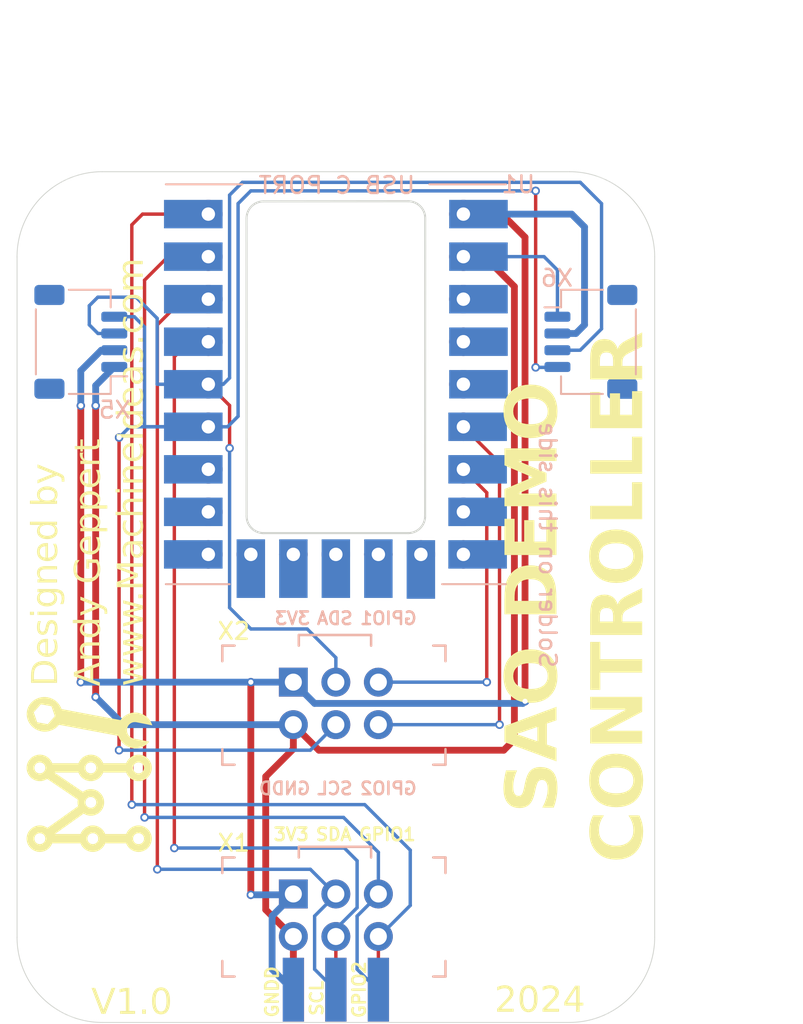
<source format=kicad_pcb>
(kicad_pcb (version 20240108) (generator "pcbnew") (generator_version "8.0")
  (title_block (title "SAO Demo Controller") (date "2024-09-24") (rev "1.0") (company "Machine Ideas, LLC") (comment 1 "Andy Geppert"))
  (layers (0 "F.Cu" signal) (31 "B.Cu" signal) (34 "B.Paste" user) (35 "F.Paste" user) (36 "B.SilkS" user "B.Silkscreen") (37 "F.SilkS" user "F.Silkscreen") (38 "B.Mask" user) (39 "F.Mask" user) (44 "Edge.Cuts" user))
  (net 0 "")
  (net 1 "/SCL_IN")
  (net 2 "GND")
  (net 5 "/SDA_IN")
  (net 6 "/SCL")
  (net 8 "/SDA")
  (net 11 "/VIN")
  (net 20 "Net-(U1-GP27)")
  (net 22 "Net-(U1-GP26)")
  (net 26 "/BTX_SAORX")
  (net 28 "/BRX_SAOTX")
  (footprint "Andy_Footprint_Library:Badgelife-SAOv169-BADGE-2x3-no-front-text" (layer "F.Cu") (at 107.5182 145.9751)
    (property "Reference" "X2" (at -6.096 -4.318 0) (layer "F.SilkS"))
    (property "Value" "SAO_conn_SFH11-NBPC-D03-ST-BK")
    (fp_text user "SCL" (at -0.06 5.08 0) (layer "B.SilkS") (effects (font (size 0.75 0.75)) (justify mirror)))
    (fp_text user "SDA" (at -0.06 -5.08 0) (layer "B.SilkS") (effects (font (size 0.75 0.75)) (justify mirror)))
    (fp_text user "3V3" (at -2.6 -5.08 0) (layer "B.SilkS") (effects (font (size 0.75 0.75)) (justify mirror)))
    (fp_text user "GPIO2" (at 3.14 5.08 0) (layer "B.SilkS") (effects (font (size 0.75 0.75)) (justify mirror)))
    (fp_text user "GNDD" (at -3.06 5.08 0) (layer "B.SilkS") (effects (font (size 0.75 0.75)) (justify mirror)))
    (fp_text user "GPIO1" (at 3.14 -5.08 0) (layer "B.SilkS") (effects (font (size 0.75 0.75)) (justify mirror)))
    (pad "1" thru_hole rect (at -2.54 -1.27 270) (size 1.7272 1.7272) (drill 1.016) (layers "*.Cu" "*.Mask") (net 11 "/VIN"))
    (pad "2" thru_hole circle (at -2.54 1.27 270) (size 1.7272 1.7272) (drill 1.016) (layers "*.Cu" "*.Mask") (net 2 "GND"))
    (pad "3" thru_hole oval (at 0 -1.27 270) (size 1.7272 1.7272) (drill 1.016) (layers "*.Cu" "*.Mask") (net 8 "/SDA"))
    (pad "4" thru_hole oval (at 0 1.27 270) (size 1.7272 1.7272) (drill 1.016) (layers "*.Cu" "*.Mask") (net 6 "/SCL"))
    (pad "5" thru_hole circle (at 2.54 -1.27 270) (size 1.7272 1.7272) (drill 1.016) (layers "*.Cu" "*.Mask") (net 22 "Net-(U1-GP26)"))
    (pad "6" thru_hole circle (at 2.54 1.27 270) (size 1.7272 1.7272) (drill 1.016) (layers "*.Cu" "*.Mask") (net 20 "Net-(U1-GP27)"))
  )
  (footprint "Andy_Footprint_Library:Machine_Ideas_logo" (layer "F.Cu") (at 93.0402 149.7851 90)
    (property "Reference" "L1" (hide yes))
    (property "Value" "~" (hide yes))
  )
  (footprint "Andy_Footprint_Library:Badgelife-SAOv169-BADGE-2x3-Edge-Connect-no-front-text" (layer "F.Cu") (at 107.5182 158.6243)
    (property "Reference" "X1" (at -6.096 -4.318 0) (layer "F.SilkS"))
    (property "Value" "SAO_conn_SFH11-NBPC-D03-ST-BK")
    (fp_text user "GNDD" (at -3.81 4.572 90) (layer "F.SilkS") (effects (font (size 0.75 0.75))))
    (fp_text user "SCL" (at -1.143 4.953 90) (layer "F.SilkS") (effects (font (size 0.75 0.75))))
    (fp_text user "SDA" (at -0.127 -4.826 -0) (layer "F.SilkS") (effects (font (size 0.75 0.75))))
    (fp_text user "3V3" (at -2.667 -4.826 -0) (layer "F.SilkS") (effects (font (size 0.75 0.75))))
    (fp_text user "GPIO2" (at 1.397 4.445 90) (layer "F.SilkS") (effects (font (size 0.75 0.75))))
    (fp_text user "GPIO1" (at 3.073 -4.826 -0) (layer "F.SilkS") (effects (font (size 0.75 0.75))))
    (pad "1" thru_hole rect (at -2.54 -1.27 270) (size 1.7272 1.7272) (drill 1.016) (layers "*.Cu" "*.Mask") (net 11 "/VIN"))
    (pad "1" smd rect (at -2.54 4.445) (size 1.27 3.81) (layers "B.Cu" "B.Mask") (net 11 "/VIN"))
    (pad "2" thru_hole circle (at -2.54 1.27 270) (size 1.7272 1.7272) (drill 1.016) (layers "*.Cu" "*.Mask") (net 2 "GND"))
    (pad "2" smd rect (at -2.54 4.445) (size 1.27 3.81) (layers "F.Cu" "F.Mask") (net 2 "GND"))
    (pad "3" thru_hole oval (at 0 -1.27 270) (size 1.7272 1.7272) (drill 1.016) (layers "*.Cu" "*.Mask") (net 5 "/SDA_IN"))
    (pad "3" smd rect (at 0 4.445) (size 1.27 3.81) (layers "B.Cu" "B.Mask") (net 5 "/SDA_IN"))
    (pad "4" thru_hole oval (at 0 1.27 270) (size 1.7272 1.7272) (drill 1.016) (layers "*.Cu" "*.Mask") (net 1 "/SCL_IN"))
    (pad "4" smd rect (at 0 4.445) (size 1.27 3.81) (layers "F.Cu" "F.Mask") (net 1 "/SCL_IN"))
    (pad "5" thru_hole circle (at 2.54 -1.27 270) (size 1.7272 1.7272) (drill 1.016) (layers "*.Cu" "*.Mask") (net 26 "/BTX_SAORX"))
    (pad "5" smd rect (at 2.54 4.445) (size 1.27 3.81) (layers "B.Cu" "B.Mask") (net 26 "/BTX_SAORX"))
    (pad "6" thru_hole circle (at 2.54 1.27 270) (size 1.7272 1.7272) (drill 1.016) (layers "*.Cu" "*.Mask") (net 28 "/BRX_SAOTX"))
    (pad "6" smd rect (at 2.54 4.445) (size 1.27 3.81) (layers "F.Cu" "F.Mask") (net 28 "/BRX_SAOTX"))
  )
  (footprint "Andy_Footprint_Library:RP2040 Zero" (layer "B.Cu") (at 107.5182 126.9251 180)
    (property "Reference" "U1" (at -10.8966 11.938 0) (layer "B.SilkS") (effects (justify mirror)))
    (property "Value" "RP2040-Zero")
    (fp_line (start 5.33758 9.91158) (end 5.334 -7.866) (stroke (width 0.12)) (layer "Edge.Cuts"))
    (fp_line (start 4.32158 10.92758) (end -4.324 10.936) (stroke (width 0.12)) (layer "Edge.Cuts"))
    (fp_line (start 4.318 -8.882) (end -4.318 -8.882) (stroke (width 0.12)) (layer "Edge.Cuts"))
    (fp_line (start -5.334 -7.866) (end -5.34 9.92) (stroke (width 0.12)) (layer "Edge.Cuts"))
    (fp_arc (start 5.33758 9.91158) (mid 5.04 10.63) (end 4.32158 10.92758) (stroke (width 0.12)) (layer "Edge.Cuts"))
    (fp_arc (start 4.318 -8.882) (mid 5.03642 -8.58442) (end 5.334 -7.866) (stroke (width 0.12)) (layer "Edge.Cuts"))
    (fp_arc (start -4.324 10.936) (mid -5.04242 10.63842) (end -5.34 9.92) (stroke (width 0.12)) (layer "Edge.Cuts"))
    (fp_arc (start -5.334 -7.866) (mid -5.03642 -8.58442) (end -4.318 -8.882) (stroke (width 0.12)) (layer "Edge.Cuts"))
    (pad "1" smd rect (at -8.52 10.168 180) (size 3.5 1.7) (layers "B.Cu" "B.Mask") (net 11 "/VIN"))
    (pad "1" thru_hole circle (at -7.62 10.168 180) (size 1.7 1.7) (drill 0.8) (layers "*.Cu" "*.Mask") (net 11 "/VIN"))
    (pad "2" smd rect (at -8.52 7.628 180) (size 3.5 1.7) (layers "B.Cu" "B.Mask") (net 2 "GND"))
    (pad "2" thru_hole circle (at -7.62 7.628 180) (size 1.7 1.7) (drill 0.8) (layers "*.Cu" "*.Mask") (net 2 "GND"))
    (pad "3" smd rect (at -8.52 5.088 180) (size 3.5 1.7) (layers "B.Cu" "B.Mask"))
    (pad "3" thru_hole circle (at -7.62 5.088 180) (size 1.7 1.7) (drill 0.8) (layers "*.Cu" "*.Mask"))
    (pad "4" smd rect (at -8.52 2.548 180) (size 3.5 1.7) (layers "B.Cu" "B.Mask"))
    (pad "4" thru_hole circle (at -7.62 2.548 180) (size 1.7 1.7) (drill 0.8) (layers "*.Cu" "*.Mask"))
    (pad "5" smd rect (at -8.52 0.008 180) (size 3.5 1.7) (layers "B.Cu" "B.Mask"))
    (pad "5" thru_hole circle (at -7.62 0.008 180) (size 1.7 1.7) (drill 0.8) (layers "*.Cu" "*.Mask"))
    (pad "6" smd rect (at -8.47 -2.532 180) (size 3.5 1.7) (layers "B.Cu" "B.Mask") (net 20 "Net-(U1-GP27)"))
    (pad "6" thru_hole circle (at -7.62 -2.532 180) (size 1.7 1.7) (drill 0.8) (layers "*.Cu" "*.Mask") (net 20 "Net-(U1-GP27)"))
    (pad "7" smd rect (at -8.47 -5.072 180) (size 3.5 1.7) (layers "B.Cu" "B.Mask") (net 22 "Net-(U1-GP26)"))
    (pad "7" thru_hole circle (at -7.62 -5.072 180) (size 1.7 1.7) (drill 0.8) (layers "*.Cu" "*.Mask") (net 22 "Net-(U1-GP26)"))
    (pad "8" smd rect (at -8.47 -7.612 180) (size 3.5 1.7) (layers "B.Cu" "B.Mask"))
    (pad "8" thru_hole circle (at -7.62 -7.612 180) (size 1.7 1.7) (drill 0.8) (layers "*.Cu" "*.Mask"))
    (pad "9" smd rect (at -8.47 -10.152 180) (size 3.5 1.7) (layers "B.Cu" "B.Mask"))
    (pad "9" thru_hole circle (at -7.62 -10.152 180) (size 1.7 1.7) (drill 0.8) (layers "*.Cu" "*.Mask"))
    (pad "10" thru_hole circle (at 7.62 10.168 180) (size 1.7 1.7) (drill 0.8) (layers "*.Cu" "*.Mask") (net 28 "/BRX_SAOTX"))
    (pad "10" smd rect (at 8.52 10.168 180) (size 3.5 1.7) (layers "B.Cu" "B.Mask") (net 28 "/BRX_SAOTX"))
    (pad "11" thru_hole circle (at 7.62 7.628 180) (size 1.7 1.7) (drill 0.8) (layers "*.Cu" "*.Mask") (net 26 "/BTX_SAORX"))
    (pad "11" smd rect (at 8.52 7.628 180) (size 3.5 1.7) (layers "B.Cu" "B.Mask") (net 26 "/BTX_SAORX"))
    (pad "12" thru_hole circle (at 7.62 5.088 180) (size 1.7 1.7) (drill 0.8) (layers "*.Cu" "*.Mask") (net 5 "/SDA_IN"))
    (pad "12" smd rect (at 8.52 5.088 180) (size 3.5 1.7) (layers "B.Cu" "B.Mask") (net 5 "/SDA_IN"))
    (pad "13" thru_hole circle (at 7.62 2.548 180) (size 1.7 1.7) (drill 0.8) (layers "*.Cu" "*.Mask") (net 1 "/SCL_IN"))
    (pad "13" smd rect (at 8.52 2.548 180) (size 3.5 1.7) (layers "B.Cu" "B.Mask") (net 1 "/SCL_IN"))
    (pad "14" thru_hole circle (at 7.62 0.008 180) (size 1.7 1.7) (drill 0.8) (layers "*.Cu" "*.Mask") (net 8 "/SDA"))
    (pad "14" smd rect (at 8.52 0.008 180) (size 3.5 1.7) (layers "B.Cu" "B.Mask") (net 8 "/SDA"))
    (pad "15" thru_hole circle (at 7.62 -2.532 180) (size 1.7 1.7) (drill 0.8) (layers "*.Cu" "*.Mask") (net 6 "/SCL"))
    (pad "15" smd rect (at 8.52 -2.532 180) (size 3.5 1.7) (layers "B.Cu" "B.Mask") (net 6 "/SCL"))
    (pad "16" thru_hole circle (at 7.62 -5.072 180) (size 1.7 1.7) (drill 0.8) (layers "*.Cu" "*.Mask"))
    (pad "16" smd rect (at 8.52 -5.072 180) (size 3.5 1.7) (layers "B.Cu" "B.Mask"))
    (pad "17" thru_hole circle (at 7.62 -7.612 180) (size 1.7 1.7) (drill 0.8) (layers "*.Cu" "*.Mask"))
    (pad "17" smd rect (at 8.52 -7.612 180) (size 3.5 1.7) (layers "B.Cu" "B.Mask"))
    (pad "18" thru_hole circle (at 7.62 -10.152 180) (size 1.7 1.7) (drill 0.8) (layers "*.Cu" "*.Mask"))
    (pad "18" smd rect (at 8.52 -10.152 180) (size 3.5 1.7) (layers "B.Cu" "B.Mask"))
    (pad "19" smd rect (at -5.08 -11.052 90) (size 3.5 1.7) (layers "B.Cu" "B.Mask"))
    (pad "19" thru_hole circle (at -5.08 -10.152 180) (size 1.7 1.7) (drill 0.8) (layers "*.Cu" "*.Mask"))
    (pad "20" smd rect (at -2.54 -11.002 90) (size 3.5 1.7) (layers "B.Cu" "B.Mask"))
    (pad "20" thru_hole circle (at -2.54 -10.152 180) (size 1.7 1.7) (drill 0.8) (layers "*.Cu" "*.Mask"))
    (pad "21" smd rect (at 0 -11.002 90) (size 3.5 1.7) (layers "B.Cu" "B.Mask"))
    (pad "21" thru_hole circle (at 0 -10.152 180) (size 1.7 1.7) (drill 0.8) (layers "*.Cu" "*.Mask"))
    (pad "22" smd rect (at 2.54 -11.002 90) (size 3.5 1.7) (layers "B.Cu" "B.Mask"))
    (pad "22" thru_hole circle (at 2.54 -10.152 180) (size 1.7 1.7) (drill 0.8) (layers "*.Cu" "*.Mask"))
    (pad "23" smd rect (at 5.08 -11.002 90) (size 3.5 1.7) (layers "B.Cu" "B.Mask"))
    (pad "23" thru_hole circle (at 5.08 -10.152 180) (size 1.7 1.7) (drill 0.8) (layers "*.Cu" "*.Mask"))
  )
  (footprint "Connector_JST:JST_SH_SM04B-SRSS-TB_1x04-1MP_P1.00mm_Horizontal" (layer "B.Cu") (at 92.2782 124.3851 90)
    (property "Reference" "X5" (at -4.064 2.032 0) (layer "B.SilkS") (effects (justify mirror)))
    (property "Value" "QWIIC")
    (pad "1" smd roundrect (at -1.5 2 90) (size 0.6 1.55) (layers "B.Cu" "B.Paste" "B.Mask") (net 2 "GND"))
    (pad "2" smd roundrect (at -0.5 2 90) (size 0.6 1.55) (layers "B.Cu" "B.Paste" "B.Mask") (net 11 "/VIN"))
    (pad "3" smd roundrect (at 0.5 2 90) (size 0.6 1.55) (layers "B.Cu" "B.Paste" "B.Mask") (net 8 "/SDA"))
    (pad "4" smd roundrect (at 1.5 2 90) (size 0.6 1.55) (layers "B.Cu" "B.Paste" "B.Mask") (net 6 "/SCL"))
    (pad "MP" smd roundrect (at -2.8 -1.875 90) (size 1.2 1.8) (layers "B.Cu" "B.Paste" "B.Mask") (roundrect_rratio 0.208333))
    (pad "MP" smd roundrect (at 2.8 -1.875 90) (size 1.2 1.8) (layers "B.Cu" "B.Paste" "B.Mask") (roundrect_rratio 0.208333))
  )
  (footprint "Connector_JST:JST_SH_SM04B-SRSS-TB_1x04-1MP_P1.00mm_Horizontal" (layer "B.Cu") (at 122.7582 124.3851 -90)
    (property "Reference" "X6" (at -3.81 2.032 0) (layer "B.SilkS") (effects (justify mirror)))
    (property "Value" "QWIIC")
    (pad "1" smd roundrect (at -1.5 2 270) (size 0.6 1.55) (layers "B.Cu" "B.Paste" "B.Mask") (net 2 "GND"))
    (pad "2" smd roundrect (at -0.5 2 270) (size 0.6 1.55) (layers "B.Cu" "B.Paste" "B.Mask") (net 11 "/VIN"))
    (pad "3" smd roundrect (at 0.5 2 270) (size 0.6 1.55) (layers "B.Cu" "B.Paste" "B.Mask") (net 8 "/SDA"))
    (pad "4" smd roundrect (at 1.5 2 270) (size 0.6 1.55) (layers "B.Cu" "B.Paste" "B.Mask") (net 6 "/SCL"))
    (pad "MP" smd roundrect (at -2.8 -1.875 270) (size 1.2 1.8) (layers "B.Cu" "B.Paste" "B.Mask") (roundrect_rratio 0.208333))
    (pad "MP" smd roundrect (at 2.8 -1.875 270) (size 1.2 1.8) (layers "B.Cu" "B.Paste" "B.Mask") (roundrect_rratio 0.208333))
  )
  (gr_line (start 126.5682 119.3051) (end 126.5682 159.9451) (stroke (width 0.05)) (layer "Edge.Cuts"))
  (gr_arc (start 88.4682 119.3051) (mid 89.956098 115.712998) (end 93.5482 114.2251) (stroke (width 0.05)) (layer "Edge.Cuts"))
  (gr_arc (start 126.5682 159.9451) (mid 125.080302 163.537202) (end 121.4882 165.0251) (stroke (width 0.05)) (layer "Edge.Cuts"))
  (gr_arc (start 121.4882 114.2251) (mid 125.080302 115.712998) (end 126.5682 119.3051) (stroke (width 0.05)) (layer "Edge.Cuts"))
  (gr_line (start 88.4682 159.9451) (end 88.4682 119.3051) (stroke (width 0.05)) (layer "Edge.Cuts"))
  (gr_line (start 93.5482 165.0251) (end 121.4882 165.0251) (stroke (width 0.05)) (layer "Edge.Cuts"))
  (gr_line (start 93.5482 114.2251) (end 121.4882 114.2251) (stroke (width 0.05)) (layer "Edge.Cuts"))
  (gr_arc (start 93.5482 165.0251) (mid 89.956098 163.537202) (end 88.4682 159.9451) (stroke (width 0.05)) (layer "Edge.Cuts"))
  (gr_text "USB C PORT" (at 112.3442 115.6221 0) (layer "B.SilkS") (effects (font (size 1 1)) (justify left bottom mirror)))
  (gr_text "Solder on this side" (at 119.5832 143.9431 -90) (layer "B.SilkS") (effects (font (size 1 1)) (justify left bottom mirror)))
  (gr_text "2024" (at 119.7102 163.7551 -0) (layer "F.SilkS") (effects (font (size 1.524 1.524) (thickness 0.2032))))
  (gr_text "V1.0" (at 95.3262 163.8821 -0) (layer "F.SilkS") (effects (font (size 1.524 1.524) (thickness 0.2032))))
  (gr_text "SAO DEMO\nCONTROLLER" (at 121.9962 139.6251 90) (layer "F.SilkS") (effects (font (size 3.048 3.048) (thickness 0.6096) (bold yes))))
  (gr_text "Designed by \nAndy Geppert\nwww.MachineIdeas.com" (at 92.7862 144.9591 90) (layer "F.SilkS") (effects (font (size 1.524 1.524) (thickness 0.2032)) (justify left)))
  (segment (start 98.8822 124.3851) (end 98.8902 124.3771) (width 0.2032) (layer "F.Cu") (net 1))
  (segment (start 97.8662 125.2741) (end 98.7552 124.3851) (width 0.2032) (layer "F.Cu") (net 1))
  (segment (start 98.8902 124.3771) (end 99.8982 124.3771) (width 0.2032) (layer "F.Cu") (net 1))
  (segment (start 98.7552 124.3851) (end 98.8822 124.3851) (width 0.2032) (layer "F.Cu") (net 1))
  (segment (start 107.5182 159.9451) (end 107.5182 163.1201) (width 0.2032) (layer "F.Cu") (net 1))
  (segment (start 97.8662 154.6111) (end 97.8662 125.2741) (width 0.2032) (layer "F.Cu") (net 1))
  (via (at 97.8662 154.6111) (size 0.508) (drill 0.3048) (layers "F.Cu" "B.Cu") (net 1))
  (segment (start 108.7882 155.3731) (end 108.7882 158.172206) (width 0.2032) (layer "B.Cu") (net 1))
  (segment (start 108.7882 158.172206) (end 107.5182 159.442206) (width 0.2032) (layer "B.Cu") (net 1))
  (segment (start 108.0262 154.6111) (end 108.7882 155.3731) (width 0.2032) (layer "B.Cu") (net 1))
  (segment (start 97.8662 154.6111) (end 108.0262 154.6111) (width 0.2032) (layer "B.Cu") (net 1))
  (segment (start 107.5182 159.442206) (end 107.5182 159.9451) (width 0.2032) (layer "B.Cu") (net 1))
  (segment (start 104.9782 159.9451) (end 103.3272 158.2941) (width 0.4064) (layer "F.Cu") (net 2))
  (segment (start 104.9782 148.6929) (end 104.9782 147.2451) (width 0.4064) (layer "F.Cu") (net 2))
  (segment (start 116.4002 119.2971) (end 115.1382 119.2971) (width 0.4064) (layer "F.Cu") (net 2))
  (segment (start 103.3272 158.2941) (end 103.3272 150.3439) (width 0.4064) (layer "F.Cu") (net 2))
  (segment (start 117.5512 148.7691) (end 118.1862 148.1341) (width 0.4064) (layer "F.Cu") (net 2))
  (segment (start 93.1672 145.5941) (end 93.1672 128.1951) (width 0.4064) (layer "F.Cu") (net 2))
  (segment (start 104.9782 147.2451) (end 106.5022 148.7691) (width 0.4064) (layer "F.Cu") (net 2))
  (segment (start 103.3272 150.3439) (end 104.9782 148.6929) (width 0.4064) (layer "F.Cu") (net 2))
  (segment (start 118.1862 121.0831) (end 116.4002 119.2971) (width 0.4064) (layer "F.Cu") (net 2))
  (segment (start 118.1862 148.1341) (end 118.1862 121.0831) (width 0.4064) (layer "F.Cu") (net 2))
  (segment (start 104.9782 163.1201) (end 104.9782 159.9451) (width 0.4064) (layer "F.Cu") (net 2))
  (segment (start 106.5022 148.7691) (end 117.5512 148.7691) (width 0.4064) (layer "F.Cu") (net 2))
  (via (at 93.1672 145.5941) (size 0.508) (drill 0.3048) (layers "F.Cu" "B.Cu") (net 2))
  (via (at 93.1672 128.1951) (size 0.508) (drill 0.3048) (layers "F.Cu" "B.Cu") (net 2))
  (segment (start 94.2782 125.8851) (end 93.1672 126.9961) (width 0.4064) (layer "B.Cu") (net 2))
  (segment (start 119.9562 119.2971) (end 120.7582 120.0991) (width 0.2032) (layer "B.Cu") (net 2))
  (segment (start 120.7582 120.0991) (end 120.7582 122.8851) (width 0.2032) (layer "B.Cu") (net 2))
  (segment (start 116.0382 119.2971) (end 118.8132 119.2971) (width 0.2032) (layer "B.Cu") (net 2))
  (segment (start 118.8292 119.2971) (end 119.9562 119.2971) (width 0.2032) (layer "B.Cu") (net 2))
  (segment (start 94.8182 147.2451) (end 104.9782 147.2451) (width 0.4064) (layer "B.Cu") (net 2))
  (segment (start 118.8132 119.2971) (end 118.8212 119.3051) (width 0.2032) (layer "B.Cu") (net 2))
  (segment (start 93.1672 145.5941) (end 94.8182 147.2451) (width 0.4064) (layer "B.Cu") (net 2))
  (segment (start 118.8212 119.3051) (end 118.8292 119.2971) (width 0.2032) (layer "B.Cu") (net 2))
  (segment (start 93.1672 126.9961) (end 93.1672 128.1951) (width 0.4064) (layer "B.Cu") (net 2))
  (segment (start 96.8502 155.8811) (end 96.8502 123.3691) (width 0.2032) (layer "F.Cu") (net 5))
  (segment (start 98.3822 121.8371) (end 99.8982 121.8371) (width 0.2032) (layer "F.Cu") (net 5))
  (segment (start 96.8502 123.3691) (end 98.3822 121.8371) (width 0.2032) (layer "F.Cu") (net 5))
  (via (at 96.8502 155.8811) (size 0.508) (drill 0.3048) (layers "F.Cu" "B.Cu") (net 5))
  (segment (start 96.8502 155.8811) (end 105.9942 155.8811) (width 0.2032) (layer "B.Cu") (net 5))
  (segment (start 105.9942 155.8811) (end 107.5182 157.4051) (width 0.2032) (layer "B.Cu") (net 5))
  (segment (start 107.5182 163.1201) (end 106.2482 161.8501) (width 0.2032) (layer "B.Cu") (net 5))
  (segment (start 106.2482 161.8501) (end 106.2482 158.6751) (width 0.2032) (layer "B.Cu") (net 5))
  (segment (start 106.2482 158.6751) (end 107.5182 157.4051) (width 0.2032) (layer "B.Cu") (net 5))
  (segment (start 94.5642 133.3231) (end 94.5642 148.7691) (width 0.2032) (layer "F.Cu") (net 6))
  (segment (start 94.5642 130.1001) (end 94.5642 133.3231) (width 0.2032) (layer "F.Cu") (net 6))
  (segment (start 119.4562 115.3681) (end 119.4562 125.9091) (width 0.2032) (layer "F.Cu") (net 6))
  (via (at 94.5642 148.7691) (size 0.508) (drill 0.3048) (layers "F.Cu" "B.Cu") (net 6))
  (via (at 94.5642 130.1001) (size 0.508) (drill 0.3048) (layers "F.Cu" "B.Cu") (net 6))
  (via (at 119.4562 125.9091) (size 0.508) (drill 0.3048) (layers "F.Cu" "B.Cu") (net 6))
  (via (at 119.4562 115.3681) (size 0.508) (drill 0.3048) (layers "F.Cu" "B.Cu") (net 6))
  (segment (start 96.0882 129.4571) (end 98.9982 129.4571) (width 0.2032) (layer "B.Cu") (net 6))
  (segment (start 101.6762 116.1301) (end 101.6762 128.8301) (width 0.2032) (layer "B.Cu") (net 6))
  (segment (start 119.4562 125.9091) (end 120.7342 125.9091) (width 0.2032) (layer "B.Cu") (net 6))
  (segment (start 105.9942 148.7691) (end 107.5182 147.2451) (width 0.2032) (layer "B.Cu") (net 6))
  (segment (start 94.2782 122.8851) (end 95.4772 122.8851) (width 0.2032) (layer "B.Cu") (net 6))
  (segment (start 120.7342 125.9091) (end 120.7582 125.8851) (width 0.2032) (layer "B.Cu") (net 6))
  (segment (start 101.6762 128.8301) (end 101.0492 129.4571) (width 0.2032) (layer "B.Cu") (net 6))
  (segment (start 96.0882 123.4961) (end 96.0882 129.4571) (width 0.2032) (layer "B.Cu") (net 6))
  (segment (start 95.2072 129.4571) (end 98.9982 129.4571) (width 0.2032) (layer "B.Cu") (net 6))
  (segment (start 94.5642 130.1001) (end 95.2072 129.4571) (width 0.2032) (layer "B.Cu") (net 6))
  (segment (start 102.4382 115.3681) (end 101.6762 116.1301) (width 0.2032) (layer "B.Cu") (net 6))
  (segment (start 101.0492 129.4571) (end 99.8982 129.4571) (width 0.2032) (layer "B.Cu") (net 6))
  (segment (start 95.4772 122.8851) (end 96.0882 123.4961) (width 0.2032) (layer "B.Cu") (net 6))
  (segment (start 94.5642 148.7691) (end 105.9942 148.7691) (width 0.2032) (layer "B.Cu") (net 6))
  (segment (start 119.4562 115.3681) (end 102.4382 115.3681) (width 0.2032) (layer "B.Cu") (net 6))
  (segment (start 101.1682 130.7351) (end 101.1682 128.1871) (width 0.2032) (layer "F.Cu") (net 8))
  (segment (start 101.1682 128.1871) (end 99.8982 126.9171) (width 0.2032) (layer "F.Cu") (net 8))
  (via (at 101.1682 130.7351) (size 0.508) (drill 0.3048) (layers "F.Cu" "B.Cu") (net 8))
  (segment (start 99.8982 126.9171) (end 100.7912 126.9171) (width 0.2032) (layer "B.Cu") (net 8))
  (segment (start 107.5182 143.2446) (end 107.5182 144.7051) (width 0.2032) (layer "B.Cu") (net 8))
  (segment (start 101.1682 115.6221) (end 101.9302 114.8601) (width 0.2032) (layer "B.Cu") (net 8))
  (segment (start 94.2782 123.8851) (end 93.3022 123.8851) (width 0.2032) (layer "B.Cu") (net 8))
  (segment (start 96.8422 122.9801) (end 96.8422 126.9171) (width 0.2032) (layer "B.Cu") (net 8))
  (segment (start 92.7862 123.3691) (end 92.7862 122.2261) (width 0.2032) (layer "B.Cu") (net 8))
  (segment (start 122.1152 124.8851) (end 120.7582 124.8851) (width 0.2032) (layer "B.Cu") (net 8))
  (segment (start 102.4382 141.5301) (end 105.8037 141.5301) (width 0.2032) (layer "B.Cu") (net 8))
  (segment (start 96.8422 126.9171) (end 99.8982 126.9171) (width 0.2032) (layer "B.Cu") (net 8))
  (segment (start 101.1682 140.2601) (end 102.4382 141.5301) (width 0.2032) (layer "B.Cu") (net 8))
  (segment (start 101.1682 130.7351) (end 101.1682 140.2601) (width 0.2032) (layer "B.Cu") (net 8))
  (segment (start 123.3932 116.1301) (end 123.3932 123.6071) (width 0.2032) (layer "B.Cu") (net 8))
  (segment (start 105.8037 141.5301) (end 107.5182 143.2446) (width 0.2032) (layer "B.Cu") (net 8))
  (segment (start 92.7862 122.2261) (end 93.2942 121.7181) (width 0.2032) (layer "B.Cu") (net 8))
  (segment (start 100.7912 126.9171) (end 101.1682 126.5401) (width 0.2032) (layer "B.Cu") (net 8))
  (segment (start 93.3022 123.8851) (end 92.7862 123.3691) (width 0.2032) (layer "B.Cu") (net 8))
  (segment (start 122.1232 114.8601) (end 123.3932 116.1301) (width 0.2032) (layer "B.Cu") (net 8))
  (segment (start 123.3932 123.6071) (end 122.1152 124.8851) (width 0.2032) (layer "B.Cu") (net 8))
  (segment (start 101.9302 114.8601) (end 122.1232 114.8601) (width 0.2032) (layer "B.Cu") (net 8))
  (segment (start 95.5802 121.7181) (end 96.8422 122.9801) (width 0.2032) (layer "B.Cu") (net 8))
  (segment (start 101.1682 126.5401) (end 101.1682 115.6221) (width 0.2032) (layer "B.Cu") (net 8))
  (segment (start 93.2942 121.7181) (end 95.5802 121.7181) (width 0.2032) (layer "B.Cu") (net 8))
  (segment (start 117.4416 116.7571) (end 115.1382 116.7571) (width 0.4064) (layer "F.Cu") (net 11))
  (segment (start 102.4382 157.4051) (end 102.4382 144.7051) (width 0.4064) (layer "F.Cu") (net 11))
  (segment (start 92.2782 128.1951) (end 92.2782 144.7051) (width 0.4064) (layer "F.Cu") (net 11))
  (segment (start 118.8212 145.8481) (end 118.8212 118.1367) (width 0.4064) (layer "F.Cu") (net 11))
  (segment (start 118.8212 118.1367) (end 117.4416 116.7571) (width 0.4064) (layer "F.Cu") (net 11))
  (via (at 92.2782 144.7051) (size 0.508) (drill 0.3048) (layers "F.Cu" "B.Cu") (net 11))
  (via (at 92.2782 128.1951) (size 0.508) (drill 0.3048) (layers "F.Cu" "B.Cu") (net 11))
  (via (at 118.8212 145.8481) (size 0.508) (drill 0.3048) (layers "F.Cu" "B.Cu") (net 11))
  (via (at 102.4382 157.4051) (size 0.508) (drill 0.3048) (layers "F.Cu" "B.Cu") (net 11))
  (via (at 102.4382 144.7051) (size 0.508) (drill 0.3048) (layers "F.Cu" "B.Cu") (net 11))
  (segment (start 103.7082 158.6751) (end 104.9782 157.4051) (width 0.4064) (layer "B.Cu") (net 11))
  (segment (start 122.3772 117.5271) (end 122.3772 123.3691) (width 0.4064) (layer "B.Cu") (net 11))
  (segment (start 94.2782 124.8851) (end 93.503201 124.8851) (width 0.4064) (layer "B.Cu") (net 11))
  (segment (start 106.2482 145.9751) (end 118.6942 145.9751) (width 0.4064) (layer "B.Cu") (net 11))
  (segment (start 118.6942 145.9751) (end 118.8212 145.8481) (width 0.4064) (layer "B.Cu") (net 11))
  (segment (start 104.9782 163.1201) (end 103.7082 161.8501) (width 0.4064) (layer "B.Cu") (net 11))
  (segment (start 93.503201 124.8851) (end 92.2782 126.110101) (width 0.4064) (layer "B.Cu") (net 11))
  (segment (start 103.7082 161.8501) (end 103.7082 158.6751) (width 0.4064) (layer "B.Cu") (net 11))
  (segment (start 121.6072 116.7571) (end 122.3772 117.5271) (width 0.4064) (layer "B.Cu") (net 11))
  (segment (start 104.9782 157.4051) (end 102.4382 157.4051) (width 0.4064) (layer "B.Cu") (net 11))
  (segment (start 104.9782 144.7051) (end 106.2482 145.9751) (width 0.4064) (layer "B.Cu") (net 11))
  (segment (start 121.8612 123.8851) (end 120.7582 123.8851) (width 0.4064) (layer "B.Cu") (net 11))
  (segment (start 92.2782 126.110101) (end 92.2782 128.1951) (width 0.4064) (layer "B.Cu") (net 11))
  (segment (start 102.4382 144.7051) (end 104.9782 144.7051) (width 0.4064) (layer "B.Cu") (net 11))
  (segment (start 115.1382 116.7571) (end 121.6072 116.7571) (width 0.4064) (layer "B.Cu") (net 11))
  (segment (start 122.3772 123.3691) (end 121.8612 123.8851) (width 0.4064) (layer "B.Cu") (net 11))
  (segment (start 92.2782 144.7051) (end 102.4382 144.7051) (width 0.4064) (layer "B.Cu") (net 11))
  (segment (start 117.2972 147.2451) (end 117.2972 131.6161) (width 0.2032) (layer "F.Cu") (net 20))
  (segment (start 117.2972 131.6161) (end 115.1382 129.4571) (width 0.2032) (layer "F.Cu") (net 20))
  (via (at 117.2972 147.2451) (size 0.508) (drill 0.3048) (layers "F.Cu" "B.Cu") (net 20))
  (segment (start 117.2972 147.2451) (end 110.0582 147.2451) (width 0.2032) (layer "B.Cu") (net 20))
  (segment (start 116.5352 144.7051) (end 116.5352 133.3941) (width 0.2032) (layer "F.Cu") (net 22))
  (segment (start 116.5352 133.3941) (end 115.1382 131.9971) (width 0.2032) (layer "F.Cu") (net 22))
  (via (at 116.5352 144.7051) (size 0.508) (drill 0.3048) (layers "F.Cu" "B.Cu") (net 22))
  (segment (start 110.0582 144.7051) (end 116.5352 144.7051) (width 0.2032) (layer "B.Cu") (net 22))
  (segment (start 96.0882 120.7021) (end 97.4932 119.2971) (width 0.2032) (layer "F.Cu") (net 26))
  (segment (start 96.0882 152.7823) (end 96.0882 120.7021) (width 0.2032) (layer "F.Cu") (net 26))
  (segment (start 97.4932 119.2971) (end 99.8982 119.2971) (width 0.2032) (layer "F.Cu") (net 26))
  (via (at 96.0882 152.7823) (size 0.508) (drill 0.3048) (layers "F.Cu" "B.Cu") (net 26))
  (segment (start 110.0582 157.4051) (end 108.7882 158.6751) (width 0.2032) (layer "B.Cu") (net 26))
  (segment (start 96.0882 152.7823) (end 107.9754 152.7823) (width 0.2032) (layer "B.Cu") (net 26))
  (segment (start 108.7882 158.6751) (end 108.7882 161.8501) (width 0.2032) (layer "B.Cu") (net 26))
  (segment (start 108.7882 161.8501) (end 110.0582 163.1201) (width 0.2032) (layer "B.Cu") (net 26))
  (segment (start 110.0582 154.8651) (end 110.0582 157.4051) (width 0.2032) (layer "B.Cu") (net 26))
  (segment (start 107.9754 152.7823) (end 110.0582 154.8651) (width 0.2032) (layer "B.Cu") (net 26))
  (segment (start 95.3262 152.0203) (end 95.3262 117.4001) (width 0.2032) (layer "F.Cu") (net 28))
  (segment (start 110.0582 159.9451) (end 110.0582 163.1201) (width 0.2032) (layer "F.Cu") (net 28))
  (segment (start 95.3262 117.4001) (end 95.9692 116.7571) (width 0.2032) (layer "F.Cu") (net 28))
  (segment (start 95.9692 116.7571) (end 99.8982 116.7571) (width 0.2032) (layer "F.Cu") (net 28))
  (via (at 95.3262 152.0203) (size 0.508) (drill 0.3048) (layers "F.Cu" "B.Cu") (net 28))
  (segment (start 95.3262 152.0203) (end 109.2454 152.0203) (width 0.2032) (layer "B.Cu") (net 28))
  (segment (start 111.9632 158.0401) (end 110.0582 159.9451) (width 0.2032) (layer "B.Cu") (net 28))
  (segment (start 111.9632 154.7381) (end 111.9632 158.0401) (width 0.2032) (layer "B.Cu") (net 28))
  (segment (start 109.2454 152.0203) (end 111.9632 154.7381) (width 0.2032) (layer "B.Cu") (net 28))
)
</source>
